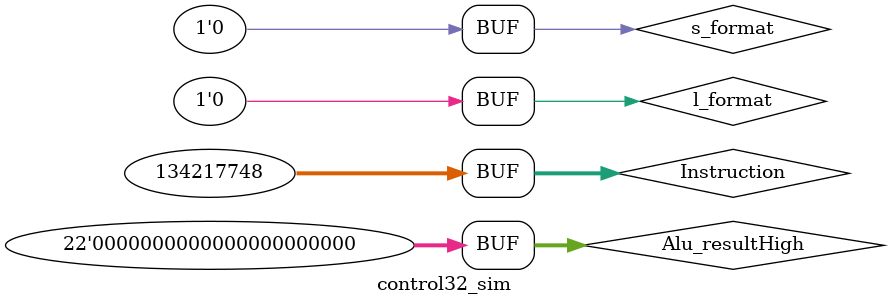
<source format=v>
`timescale 1ns / 1ps


module control32_sim(

    );
    reg [31:0] Instruction = 32'h00000000;
    reg s_format = 1'b0;
    reg l_format = 1'b0;
    reg [21:0] Alu_resultHigh = 22'd0;
    
    wire Regdst;
    wire Alusrc;
    wire MemIOtoReg;
    wire RegWrite;
    wire MemWrite;
    wire MemRead;
    wire IORead;
    wire IOWrite;
    wire Jmp;
    wire Jal;
    wire Jalr;
    wire Jrn;
    wire Beq;
    wire Bne;
    wire Bgez;
    wire Bgtz;
    wire Blez;
    wire Bltz;
    wire Bgezal;
    wire Bltzal;
    wire Mfhi;
    wire Mflo;
    wire Mfc0;
    wire Mthi;
    wire Mtlo;
    wire Mtc0;
    wire I_format;
    wire S_format;
    wire L_format;
    wire Sftmd;
    wire Div;
    wire[1:0] ALUop;
    wire Mem_sign;
    wire[1:0] Mem_Dwidth;
    wire Break;
    wire Syscall;
    wire Eret;
    wire Rsvd;
    
    control32 control_test(
          .Instruction      (Instruction),
          .s_format         (s_format),
          .l_format         (l_format),
          .Alu_resultHigh   (Alu_resultHigh),
          .Regdst           (Regdst),
          .Alusrc           (Alusrc),
          .MemIOtoReg       (MemIOtoReg),
          .RegWrite         (RegWrite),
          .MemWrite         (MemWrite),
          .MemRead          (MemRead),
          .IORead           (IORead),
          .IOWrite          (IOWrite),
          .Jmp              (Jmp),
          .Jal              (Jal),
          .Jalr             (Jalr),
          .Jrn              (Jrn),
          .Beq              (Beq),
          .Bne              (Bne),
          .Bgez             (Bgez),
          .Bgtz             (Bgtz),
          .Blez             (Blez),
          .Bltz             (Bltz),
          .Bgezal           (Bgezal),
          .Bltzal           (Bltzal),
          .Mfhi             (Mfhi),
          .Mflo             (Mflo),
          .Mfc0             (Mfc0),
          .Mthi             (Mthi),
          .Mtlo             (Mtlo),
          .Mtc0             (Mtc0),
          .I_format         (I_format),
          .S_format         (S_format),
          .L_format         (L_format),
          .Sftmd            (Sftmd),
          .Div              (Div),
          .ALUop            (ALUop),
          .Mem_sign         (Mem_sign),
          .Mem_Dwidth       (Mem_Dwidth),
          .Break            (Break),
          .Syscall          (Syscall),
          .Eret             (Eret),
          .Rsvd             (Rsvd)
    );
    initial begin
      #200 begin end
      #200 begin Instruction = 32'h3c08ffff; end
      #200 begin Instruction = 32'h2409003d; end
      #200 begin Instruction = 32'h30b20002; end
      #200 begin Instruction = 32'h01090018; end
      #200 begin Instruction = 32'h00005010; end
      #200 begin Instruction = 32'h01044022; end
      #200 begin Instruction = 32'h1500fffe; end
      #200 begin Instruction = 32'h10210002; end
      #200 begin Instruction = 32'h04010001; end
      #200 begin Instruction = 32'h00000008; end
      #200 begin Instruction = 32'h19200001; end
      #200 begin Instruction = 32'h1d200001; end
      #200 begin Instruction = 32'h08000054; end
      #200 begin Instruction = 32'h05800001; end
      #200 begin Instruction = 32'h05910002; end
      #200 begin Instruction = 32'h0c000000; end
      #200 begin Instruction = 32'h05300003; end
      #200 begin Instruction = 32'h08000014; end
    end
endmodule

</source>
